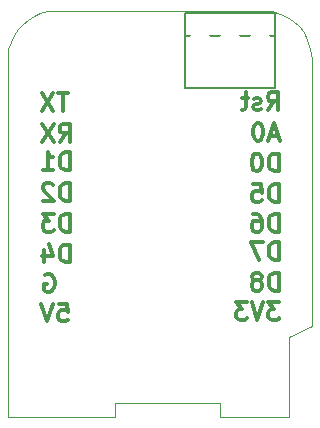
<source format=gbo>
G04 #@! TF.FileFunction,Legend,Bot*
%FSLAX46Y46*%
G04 Gerber Fmt 4.6, Leading zero omitted, Abs format (unit mm)*
G04 Created by KiCad (PCBNEW 4.0.2+dfsg1-2~bpo8+1-stable) date mer. 29 juin 2016 11:45:21 CEST*
%MOMM*%
G01*
G04 APERTURE LIST*
%ADD10C,0.100000*%
%ADD11C,0.300000*%
%ADD12C,0.150000*%
%ADD13R,2.200000X2.200000*%
%ADD14O,2.200000X2.200000*%
%ADD15O,1.906220X3.414980*%
G04 APERTURE END LIST*
D10*
D11*
X148957142Y-103078571D02*
X148028571Y-103078571D01*
X148528571Y-103650000D01*
X148314285Y-103650000D01*
X148171428Y-103721429D01*
X148099999Y-103792857D01*
X148028571Y-103935714D01*
X148028571Y-104292857D01*
X148099999Y-104435714D01*
X148171428Y-104507143D01*
X148314285Y-104578571D01*
X148742857Y-104578571D01*
X148885714Y-104507143D01*
X148957142Y-104435714D01*
X147600000Y-103078571D02*
X147100000Y-104578571D01*
X146600000Y-103078571D01*
X146242857Y-103078571D02*
X145314286Y-103078571D01*
X145814286Y-103650000D01*
X145600000Y-103650000D01*
X145457143Y-103721429D01*
X145385714Y-103792857D01*
X145314286Y-103935714D01*
X145314286Y-104292857D01*
X145385714Y-104435714D01*
X145457143Y-104507143D01*
X145600000Y-104578571D01*
X146028572Y-104578571D01*
X146171429Y-104507143D01*
X146242857Y-104435714D01*
X148907142Y-102078571D02*
X148907142Y-100578571D01*
X148549999Y-100578571D01*
X148335714Y-100650000D01*
X148192856Y-100792857D01*
X148121428Y-100935714D01*
X148049999Y-101221429D01*
X148049999Y-101435714D01*
X148121428Y-101721429D01*
X148192856Y-101864286D01*
X148335714Y-102007143D01*
X148549999Y-102078571D01*
X148907142Y-102078571D01*
X147192856Y-101221429D02*
X147335714Y-101150000D01*
X147407142Y-101078571D01*
X147478571Y-100935714D01*
X147478571Y-100864286D01*
X147407142Y-100721429D01*
X147335714Y-100650000D01*
X147192856Y-100578571D01*
X146907142Y-100578571D01*
X146764285Y-100650000D01*
X146692856Y-100721429D01*
X146621428Y-100864286D01*
X146621428Y-100935714D01*
X146692856Y-101078571D01*
X146764285Y-101150000D01*
X146907142Y-101221429D01*
X147192856Y-101221429D01*
X147335714Y-101292857D01*
X147407142Y-101364286D01*
X147478571Y-101507143D01*
X147478571Y-101792857D01*
X147407142Y-101935714D01*
X147335714Y-102007143D01*
X147192856Y-102078571D01*
X146907142Y-102078571D01*
X146764285Y-102007143D01*
X146692856Y-101935714D01*
X146621428Y-101792857D01*
X146621428Y-101507143D01*
X146692856Y-101364286D01*
X146764285Y-101292857D01*
X146907142Y-101221429D01*
X148907142Y-99478571D02*
X148907142Y-97978571D01*
X148549999Y-97978571D01*
X148335714Y-98050000D01*
X148192856Y-98192857D01*
X148121428Y-98335714D01*
X148049999Y-98621429D01*
X148049999Y-98835714D01*
X148121428Y-99121429D01*
X148192856Y-99264286D01*
X148335714Y-99407143D01*
X148549999Y-99478571D01*
X148907142Y-99478571D01*
X147549999Y-97978571D02*
X146549999Y-97978571D01*
X147192856Y-99478571D01*
X148907142Y-97078571D02*
X148907142Y-95578571D01*
X148549999Y-95578571D01*
X148335714Y-95650000D01*
X148192856Y-95792857D01*
X148121428Y-95935714D01*
X148049999Y-96221429D01*
X148049999Y-96435714D01*
X148121428Y-96721429D01*
X148192856Y-96864286D01*
X148335714Y-97007143D01*
X148549999Y-97078571D01*
X148907142Y-97078571D01*
X146764285Y-95578571D02*
X147049999Y-95578571D01*
X147192856Y-95650000D01*
X147264285Y-95721429D01*
X147407142Y-95935714D01*
X147478571Y-96221429D01*
X147478571Y-96792857D01*
X147407142Y-96935714D01*
X147335714Y-97007143D01*
X147192856Y-97078571D01*
X146907142Y-97078571D01*
X146764285Y-97007143D01*
X146692856Y-96935714D01*
X146621428Y-96792857D01*
X146621428Y-96435714D01*
X146692856Y-96292857D01*
X146764285Y-96221429D01*
X146907142Y-96150000D01*
X147192856Y-96150000D01*
X147335714Y-96221429D01*
X147407142Y-96292857D01*
X147478571Y-96435714D01*
X148907142Y-94578571D02*
X148907142Y-93078571D01*
X148549999Y-93078571D01*
X148335714Y-93150000D01*
X148192856Y-93292857D01*
X148121428Y-93435714D01*
X148049999Y-93721429D01*
X148049999Y-93935714D01*
X148121428Y-94221429D01*
X148192856Y-94364286D01*
X148335714Y-94507143D01*
X148549999Y-94578571D01*
X148907142Y-94578571D01*
X146692856Y-93078571D02*
X147407142Y-93078571D01*
X147478571Y-93792857D01*
X147407142Y-93721429D01*
X147264285Y-93650000D01*
X146907142Y-93650000D01*
X146764285Y-93721429D01*
X146692856Y-93792857D01*
X146621428Y-93935714D01*
X146621428Y-94292857D01*
X146692856Y-94435714D01*
X146764285Y-94507143D01*
X146907142Y-94578571D01*
X147264285Y-94578571D01*
X147407142Y-94507143D01*
X147478571Y-94435714D01*
X148907142Y-91978571D02*
X148907142Y-90478571D01*
X148549999Y-90478571D01*
X148335714Y-90550000D01*
X148192856Y-90692857D01*
X148121428Y-90835714D01*
X148049999Y-91121429D01*
X148049999Y-91335714D01*
X148121428Y-91621429D01*
X148192856Y-91764286D01*
X148335714Y-91907143D01*
X148549999Y-91978571D01*
X148907142Y-91978571D01*
X147121428Y-90478571D02*
X146978571Y-90478571D01*
X146835714Y-90550000D01*
X146764285Y-90621429D01*
X146692856Y-90764286D01*
X146621428Y-91050000D01*
X146621428Y-91407143D01*
X146692856Y-91692857D01*
X146764285Y-91835714D01*
X146835714Y-91907143D01*
X146978571Y-91978571D01*
X147121428Y-91978571D01*
X147264285Y-91907143D01*
X147335714Y-91835714D01*
X147407142Y-91692857D01*
X147478571Y-91407143D01*
X147478571Y-91050000D01*
X147407142Y-90764286D01*
X147335714Y-90621429D01*
X147264285Y-90550000D01*
X147121428Y-90478571D01*
X148871428Y-88950000D02*
X148157142Y-88950000D01*
X149014285Y-89378571D02*
X148514285Y-87878571D01*
X148014285Y-89378571D01*
X147228571Y-87878571D02*
X147085714Y-87878571D01*
X146942857Y-87950000D01*
X146871428Y-88021429D01*
X146799999Y-88164286D01*
X146728571Y-88450000D01*
X146728571Y-88807143D01*
X146799999Y-89092857D01*
X146871428Y-89235714D01*
X146942857Y-89307143D01*
X147085714Y-89378571D01*
X147228571Y-89378571D01*
X147371428Y-89307143D01*
X147442857Y-89235714D01*
X147514285Y-89092857D01*
X147585714Y-88807143D01*
X147585714Y-88450000D01*
X147514285Y-88164286D01*
X147442857Y-88021429D01*
X147371428Y-87950000D01*
X147228571Y-87878571D01*
X147971428Y-86778571D02*
X148471428Y-86064286D01*
X148828571Y-86778571D02*
X148828571Y-85278571D01*
X148257143Y-85278571D01*
X148114285Y-85350000D01*
X148042857Y-85421429D01*
X147971428Y-85564286D01*
X147971428Y-85778571D01*
X148042857Y-85921429D01*
X148114285Y-85992857D01*
X148257143Y-86064286D01*
X148828571Y-86064286D01*
X147400000Y-86707143D02*
X147257143Y-86778571D01*
X146971428Y-86778571D01*
X146828571Y-86707143D01*
X146757143Y-86564286D01*
X146757143Y-86492857D01*
X146828571Y-86350000D01*
X146971428Y-86278571D01*
X147185714Y-86278571D01*
X147328571Y-86207143D01*
X147400000Y-86064286D01*
X147400000Y-85992857D01*
X147328571Y-85850000D01*
X147185714Y-85778571D01*
X146971428Y-85778571D01*
X146828571Y-85850000D01*
X146328571Y-85778571D02*
X145757142Y-85778571D01*
X146114285Y-85278571D02*
X146114285Y-86564286D01*
X146042857Y-86707143D01*
X145899999Y-86778571D01*
X145757142Y-86778571D01*
X130285713Y-103178571D02*
X130999999Y-103178571D01*
X131071428Y-103892857D01*
X130999999Y-103821429D01*
X130857142Y-103750000D01*
X130499999Y-103750000D01*
X130357142Y-103821429D01*
X130285713Y-103892857D01*
X130214285Y-104035714D01*
X130214285Y-104392857D01*
X130285713Y-104535714D01*
X130357142Y-104607143D01*
X130499999Y-104678571D01*
X130857142Y-104678571D01*
X130999999Y-104607143D01*
X131071428Y-104535714D01*
X129785714Y-103178571D02*
X129285714Y-104678571D01*
X128785714Y-103178571D01*
X129107143Y-100750000D02*
X129250000Y-100678571D01*
X129464286Y-100678571D01*
X129678571Y-100750000D01*
X129821429Y-100892857D01*
X129892857Y-101035714D01*
X129964286Y-101321429D01*
X129964286Y-101535714D01*
X129892857Y-101821429D01*
X129821429Y-101964286D01*
X129678571Y-102107143D01*
X129464286Y-102178571D01*
X129321429Y-102178571D01*
X129107143Y-102107143D01*
X129035714Y-102035714D01*
X129035714Y-101535714D01*
X129321429Y-101535714D01*
X131207142Y-99678571D02*
X131207142Y-98178571D01*
X130849999Y-98178571D01*
X130635714Y-98250000D01*
X130492856Y-98392857D01*
X130421428Y-98535714D01*
X130349999Y-98821429D01*
X130349999Y-99035714D01*
X130421428Y-99321429D01*
X130492856Y-99464286D01*
X130635714Y-99607143D01*
X130849999Y-99678571D01*
X131207142Y-99678571D01*
X129064285Y-98678571D02*
X129064285Y-99678571D01*
X129421428Y-98107143D02*
X129778571Y-99178571D01*
X128849999Y-99178571D01*
X131207142Y-97078571D02*
X131207142Y-95578571D01*
X130849999Y-95578571D01*
X130635714Y-95650000D01*
X130492856Y-95792857D01*
X130421428Y-95935714D01*
X130349999Y-96221429D01*
X130349999Y-96435714D01*
X130421428Y-96721429D01*
X130492856Y-96864286D01*
X130635714Y-97007143D01*
X130849999Y-97078571D01*
X131207142Y-97078571D01*
X129849999Y-95578571D02*
X128921428Y-95578571D01*
X129421428Y-96150000D01*
X129207142Y-96150000D01*
X129064285Y-96221429D01*
X128992856Y-96292857D01*
X128921428Y-96435714D01*
X128921428Y-96792857D01*
X128992856Y-96935714D01*
X129064285Y-97007143D01*
X129207142Y-97078571D01*
X129635714Y-97078571D01*
X129778571Y-97007143D01*
X129849999Y-96935714D01*
X131207142Y-94478571D02*
X131207142Y-92978571D01*
X130849999Y-92978571D01*
X130635714Y-93050000D01*
X130492856Y-93192857D01*
X130421428Y-93335714D01*
X130349999Y-93621429D01*
X130349999Y-93835714D01*
X130421428Y-94121429D01*
X130492856Y-94264286D01*
X130635714Y-94407143D01*
X130849999Y-94478571D01*
X131207142Y-94478571D01*
X129778571Y-93121429D02*
X129707142Y-93050000D01*
X129564285Y-92978571D01*
X129207142Y-92978571D01*
X129064285Y-93050000D01*
X128992856Y-93121429D01*
X128921428Y-93264286D01*
X128921428Y-93407143D01*
X128992856Y-93621429D01*
X129849999Y-94478571D01*
X128921428Y-94478571D01*
X131207142Y-91878571D02*
X131207142Y-90378571D01*
X130849999Y-90378571D01*
X130635714Y-90450000D01*
X130492856Y-90592857D01*
X130421428Y-90735714D01*
X130349999Y-91021429D01*
X130349999Y-91235714D01*
X130421428Y-91521429D01*
X130492856Y-91664286D01*
X130635714Y-91807143D01*
X130849999Y-91878571D01*
X131207142Y-91878571D01*
X128921428Y-91878571D02*
X129778571Y-91878571D01*
X129349999Y-91878571D02*
X129349999Y-90378571D01*
X129492856Y-90592857D01*
X129635714Y-90735714D01*
X129778571Y-90807143D01*
X130349999Y-89478571D02*
X130849999Y-88764286D01*
X131207142Y-89478571D02*
X131207142Y-87978571D01*
X130635714Y-87978571D01*
X130492856Y-88050000D01*
X130421428Y-88121429D01*
X130349999Y-88264286D01*
X130349999Y-88478571D01*
X130421428Y-88621429D01*
X130492856Y-88692857D01*
X130635714Y-88764286D01*
X131207142Y-88764286D01*
X129849999Y-87978571D02*
X128849999Y-89478571D01*
X128849999Y-87978571D02*
X129849999Y-89478571D01*
X131042857Y-85378571D02*
X130185714Y-85378571D01*
X130614285Y-86878571D02*
X130614285Y-85378571D01*
X129828571Y-85378571D02*
X128828571Y-86878571D01*
X128828571Y-85378571D02*
X129828571Y-86878571D01*
D10*
X149762480Y-106014181D02*
X149800000Y-112800000D01*
X151706026Y-105053285D02*
X149762480Y-106014181D01*
X151681078Y-82498193D02*
X151706026Y-105053285D01*
X151565482Y-81605425D02*
X151681078Y-82498193D01*
X151337122Y-80850387D02*
X151565482Y-81605425D01*
X151009595Y-80218540D02*
X151337122Y-80850387D01*
X150596503Y-79695342D02*
X151009595Y-80218540D01*
X150111445Y-79266257D02*
X150596503Y-79695342D01*
X149568018Y-78916742D02*
X150111445Y-79266257D01*
X148979824Y-78632259D02*
X149568018Y-78916742D01*
X148360460Y-78398266D02*
X148979824Y-78632259D01*
X129322547Y-78427024D02*
X148360460Y-78398266D01*
X128724750Y-78612690D02*
X129322547Y-78427024D01*
X128180560Y-78859623D02*
X128724750Y-78612690D01*
X127689488Y-79167259D02*
X128180560Y-78859623D01*
X127251047Y-79535048D02*
X127689488Y-79167259D01*
X126864747Y-79962423D02*
X127251047Y-79535048D01*
X126530099Y-80448833D02*
X126864747Y-79962423D01*
X126246616Y-80993714D02*
X126530099Y-80448833D01*
X126013805Y-81596507D02*
X126246616Y-80993714D01*
X125999807Y-112766658D02*
X126013805Y-81596507D01*
X135080603Y-112792736D02*
X125999807Y-112766658D01*
X135078627Y-111590483D02*
X135080603Y-112792736D01*
X143909849Y-111583795D02*
X135078627Y-111590483D01*
X143900000Y-112800000D02*
X143909849Y-111583795D01*
X149800000Y-112800000D02*
X143900000Y-112800000D01*
D12*
X148590000Y-78613000D02*
X148590000Y-84963000D01*
X140970000Y-78613000D02*
X140970000Y-84963000D01*
X140970000Y-80518000D02*
X148590000Y-80518000D01*
X148590000Y-78613000D02*
X140970000Y-78613000D01*
X140970000Y-84963000D02*
X148590000Y-84963000D01*
%LPC*%
D13*
X127490000Y-103950000D03*
D14*
X127490000Y-101410000D03*
X127490000Y-98870000D03*
X127490000Y-96330000D03*
X127490000Y-93790000D03*
X127490000Y-91250000D03*
X127490000Y-88710000D03*
X127490000Y-86170000D03*
D13*
X150350000Y-103950000D03*
D14*
X150350000Y-101410000D03*
X150350000Y-98870000D03*
X150350000Y-96330000D03*
X150350000Y-93790000D03*
X150350000Y-91250000D03*
X150350000Y-88710000D03*
X150350000Y-86170000D03*
D15*
X133604000Y-109474000D03*
X131064000Y-109474000D03*
X147320000Y-81788000D03*
X144780000Y-81788000D03*
X142240000Y-81788000D03*
M02*

</source>
